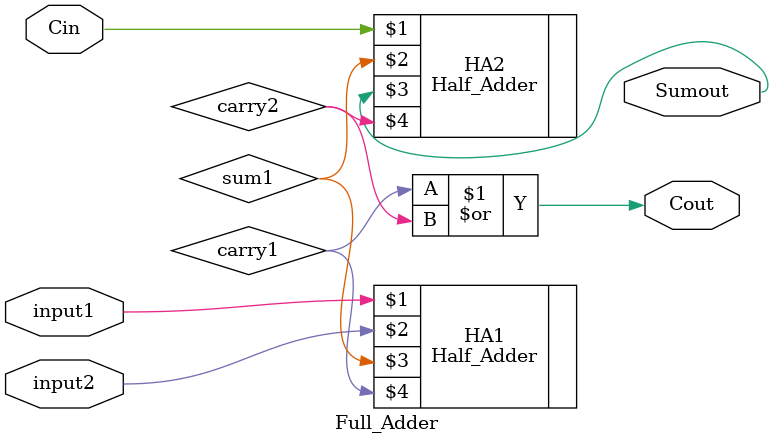
<source format=v>
`timescale 1ns / 1ps


module Full_Adder(
    input input1,
    input input2,
    input Cin,
    output Sumout,
    output Cout
    );
   
   wire sum1,carry1,carry2;
   
   Half_Adder HA1(input1,input2,sum1,carry1);
   Half_Adder HA2(Cin,sum1,Sumout,carry2);
   //or(Cout,carry1,carry2);
   assign Cout = carry1|carry2;
endmodule

</source>
